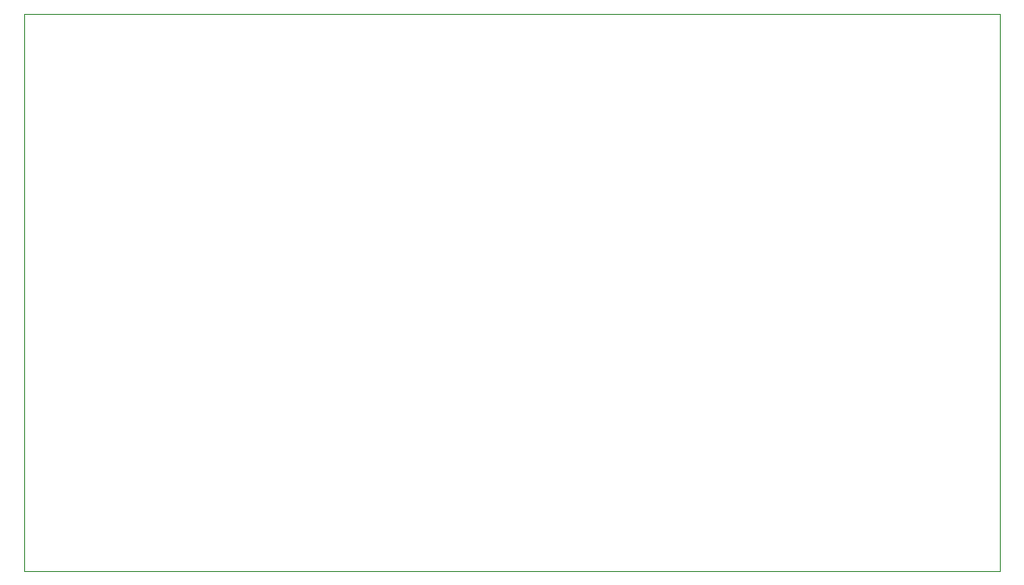
<source format=gbr>
G04 Generated by Ultiboard 14.1 *
%FSLAX24Y24*%
%MOIN*%

%ADD10C,0.0001*%
%ADD11C,0.0001*%


G04 ColorRGB 00FFFF for the following layer *
%LNBoard Outline*%
%LPD*%
G54D10*
G54D11*
X0Y0D02*
X35000Y0D01*
X35000Y20000D01*
X0Y20000D01*
X0Y0D01*

M02*

</source>
